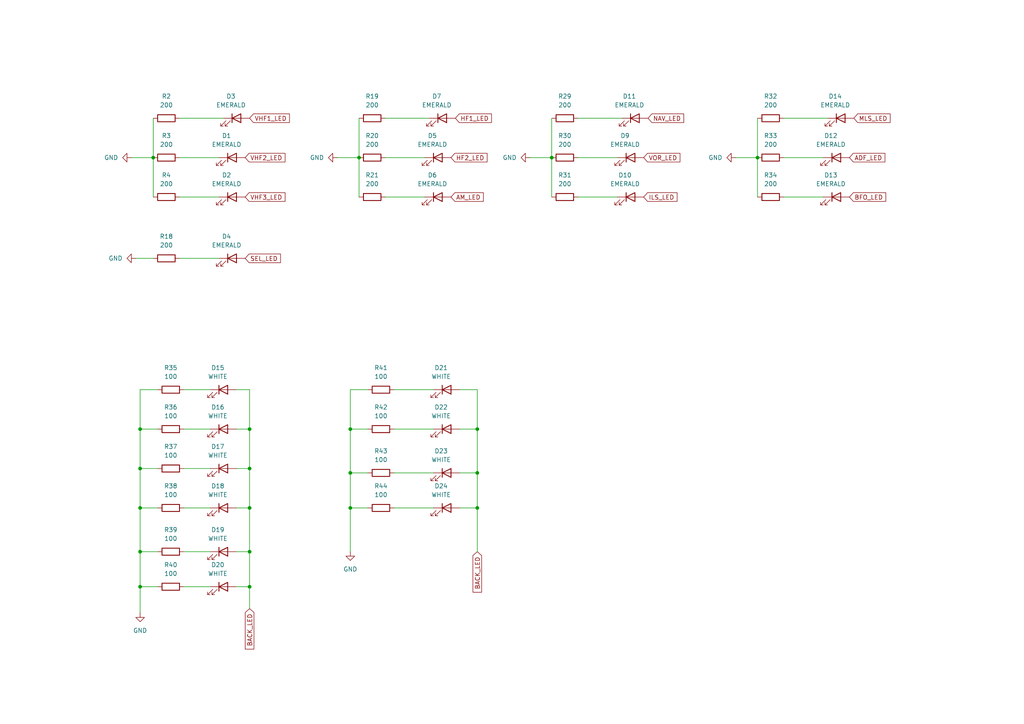
<source format=kicad_sch>
(kicad_sch (version 20250114) (generator "eeschema") (generator_version "9.0")
  (paper "A4")
  (lib_symbols
    (symbol "Device:LED" (pin_numbers (hide yes)) (pin_names (offset 1.016) (hide yes))
      (property "Reference" "D" (at 0 2.54 0))
      (property "Value" "LED" (at 0 -2.54 0))
      (symbol "LED_0_1"
        (polyline (pts (xy -3.048 -0.762) (xy -4.572 -2.286) (xy -3.81 -2.286) (xy -4.572 -2.286) (xy -4.572 -1.524)))
        (polyline (pts (xy -1.778 -0.762) (xy -3.302 -2.286) (xy -2.54 -2.286) (xy -3.302 -2.286) (xy -3.302 -1.524)))
        (polyline (pts (xy -1.27 0) (xy 1.27 0)))
        (polyline (pts (xy -1.27 -1.27) (xy -1.27 1.27)) (stroke (width 0.254)))
        (polyline (pts (xy 1.27 -1.27) (xy 1.27 1.27) (xy -1.27 0) (xy 1.27 -1.27)) (stroke (width 0.254)))
      )
      (symbol "LED_1_1"
        (pin passive line (at -3.81 0 0) (length 2.54) (name "K") (number "1"))
        (pin passive line (at 3.81 0 180) (length 2.54) (name "A") (number "2"))
      )
    )
    (symbol "Device:R" (pin_numbers (hide yes)) (pin_names (offset 0))
      (property "Reference" "R" (at 2.032 0 90))
      (property "Value" "R" (at 0 0 90))
      (symbol "R_0_1"
        (rectangle (start -1.016 -2.54) (end 1.016 2.54) (stroke (width 0.254)))
      )
      (symbol "R_1_1"
        (pin passive line (at 0 3.81 270) (length 1.27) (name "~") (number "1"))
        (pin passive line (at 0 -3.81 90) (length 1.27) (name "~") (number "2"))
      )
    )
    (symbol "power:GND" (power) (pin_numbers (hide yes)) (pin_names (offset 0) (hide yes))
      (property "Value" "GND" (at 0 -3.81 0))
      (symbol "GND_0_1"
        (polyline (pts (xy 0 0) (xy 0 -1.27) (xy 1.27 -1.27) (xy 0 -2.54) (xy -1.27 -1.27) (xy 0 -1.27)))
      )
      (symbol "GND_1_1"
        (pin power_in line (at 0 0 270) (length 0) (name "~") (number "1"))
      )
    )
  )
  (junction (at 101.6 147.32))
  (junction (at 104.14 45.72))
  (junction (at 72.39 160.02))
  (junction (at 72.39 135.89))
  (junction (at 40.64 170.18))
  (junction (at 138.43 147.32))
  (junction (at 72.39 170.18))
  (junction (at 101.6 124.46))
  (junction (at 72.39 124.46))
  (junction (at 40.64 147.32))
  (junction (at 40.64 160.02))
  (junction (at 138.43 124.46))
  (junction (at 40.64 135.89))
  (junction (at 44.45 45.72))
  (junction (at 138.43 137.16))
  (junction (at 40.64 124.46))
  (junction (at 219.71 45.72))
  (junction (at 160.02 45.72))
  (junction (at 72.39 147.32))
  (junction (at 101.6 137.16))
  (wire (pts (xy 213.36 45.72) (xy 219.71 45.72)))
  (wire (pts (xy 153.67 45.72) (xy 160.02 45.72)))
  (wire (pts (xy 101.6 113.03) (xy 106.68 113.03)))
  (wire (pts (xy 72.39 113.03) (xy 72.39 124.46)))
  (wire (pts (xy 101.6 137.16) (xy 101.6 147.32)))
  (wire (pts (xy 40.64 124.46) (xy 40.64 135.89)))
  (wire (pts (xy 72.39 147.32) (xy 72.39 135.89)))
  (wire (pts (xy 167.64 45.72) (xy 179.07 45.72)))
  (wire (pts (xy 160.02 45.72) (xy 160.02 57.15)))
  (wire (pts (xy 111.76 45.72) (xy 123.19 45.72)))
  (wire (pts (xy 133.35 124.46) (xy 138.43 124.46)))
  (wire (pts (xy 52.07 45.72) (xy 63.5 45.72)))
  (wire (pts (xy 68.58 160.02) (xy 72.39 160.02)))
  (wire (pts (xy 104.14 34.29) (xy 104.14 45.72)))
  (wire (pts (xy 68.58 170.18) (xy 72.39 170.18)))
  (wire (pts (xy 44.45 34.29) (xy 44.45 45.72)))
  (wire (pts (xy 72.39 160.02) (xy 72.39 147.32)))
  (wire (pts (xy 72.39 113.03) (xy 68.58 113.03)))
  (wire (pts (xy 101.6 124.46) (xy 101.6 137.16)))
  (wire (pts (xy 53.34 135.89) (xy 60.96 135.89)))
  (wire (pts (xy 101.6 147.32) (xy 101.6 160.02)))
  (wire (pts (xy 40.64 135.89) (xy 45.72 135.89)))
  (wire (pts (xy 111.76 57.15) (xy 123.19 57.15)))
  (wire (pts (xy 53.34 124.46) (xy 60.96 124.46)))
  (wire (pts (xy 72.39 135.89) (xy 72.39 124.46)))
  (wire (pts (xy 40.64 124.46) (xy 45.72 124.46)))
  (wire (pts (xy 38.1 45.72) (xy 44.45 45.72)))
  (wire (pts (xy 227.33 57.15) (xy 238.76 57.15)))
  (wire (pts (xy 114.3 113.03) (xy 125.73 113.03)))
  (wire (pts (xy 133.35 137.16) (xy 138.43 137.16)))
  (wire (pts (xy 68.58 147.32) (xy 72.39 147.32)))
  (wire (pts (xy 219.71 45.72) (xy 219.71 57.15)))
  (wire (pts (xy 227.33 34.29) (xy 240.03 34.29)))
  (wire (pts (xy 52.07 57.15) (xy 63.5 57.15)))
  (wire (pts (xy 227.33 45.72) (xy 238.76 45.72)))
  (wire (pts (xy 167.64 34.29) (xy 180.34 34.29)))
  (wire (pts (xy 40.64 113.03) (xy 45.72 113.03)))
  (wire (pts (xy 101.6 147.32) (xy 106.68 147.32)))
  (wire (pts (xy 53.34 113.03) (xy 60.96 113.03)))
  (wire (pts (xy 101.6 124.46) (xy 106.68 124.46)))
  (wire (pts (xy 138.43 160.02) (xy 138.43 147.32)))
  (wire (pts (xy 138.43 147.32) (xy 138.43 137.16)))
  (wire (pts (xy 114.3 124.46) (xy 125.73 124.46)))
  (wire (pts (xy 53.34 170.18) (xy 60.96 170.18)))
  (wire (pts (xy 219.71 34.29) (xy 219.71 45.72)))
  (wire (pts (xy 40.64 170.18) (xy 45.72 170.18)))
  (wire (pts (xy 101.6 113.03) (xy 101.6 124.46)))
  (wire (pts (xy 72.39 170.18) (xy 72.39 160.02)))
  (wire (pts (xy 68.58 124.46) (xy 72.39 124.46)))
  (wire (pts (xy 53.34 147.32) (xy 60.96 147.32)))
  (wire (pts (xy 133.35 147.32) (xy 138.43 147.32)))
  (wire (pts (xy 40.64 160.02) (xy 45.72 160.02)))
  (wire (pts (xy 111.76 34.29) (xy 124.46 34.29)))
  (wire (pts (xy 101.6 137.16) (xy 106.68 137.16)))
  (wire (pts (xy 40.64 135.89) (xy 40.64 147.32)))
  (wire (pts (xy 104.14 45.72) (xy 104.14 57.15)))
  (wire (pts (xy 40.64 113.03) (xy 40.64 124.46)))
  (wire (pts (xy 97.79 45.72) (xy 104.14 45.72)))
  (wire (pts (xy 114.3 147.32) (xy 125.73 147.32)))
  (wire (pts (xy 40.64 147.32) (xy 45.72 147.32)))
  (wire (pts (xy 72.39 176.53) (xy 72.39 170.18)))
  (wire (pts (xy 52.07 34.29) (xy 64.77 34.29)))
  (wire (pts (xy 138.43 113.03) (xy 133.35 113.03)))
  (wire (pts (xy 40.64 160.02) (xy 40.64 170.18)))
  (wire (pts (xy 44.45 45.72) (xy 44.45 57.15)))
  (wire (pts (xy 52.07 74.93) (xy 63.5 74.93)))
  (wire (pts (xy 167.64 57.15) (xy 179.07 57.15)))
  (wire (pts (xy 114.3 137.16) (xy 125.73 137.16)))
  (wire (pts (xy 40.64 147.32) (xy 40.64 160.02)))
  (wire (pts (xy 138.43 137.16) (xy 138.43 124.46)))
  (wire (pts (xy 138.43 124.46) (xy 138.43 113.03)))
  (wire (pts (xy 53.34 160.02) (xy 60.96 160.02)))
  (wire (pts (xy 40.64 170.18) (xy 40.64 177.8)))
  (wire (pts (xy 68.58 135.89) (xy 72.39 135.89)))
  (wire (pts (xy 160.02 34.29) (xy 160.02 45.72)))
  (wire (pts (xy 39.37 74.93) (xy 44.45 74.93)))
  (global_label "BFO_LED" (shape input) (at 246.38 57.15 0) (property "Intersheetrefs" "${INTERSHEET_REFS}" (effects (hide yes))))
  (global_label "BACK_LED" (shape input) (at 72.39 176.53 270) (property "Intersheetrefs" "${INTERSHEET_REFS}" (effects (hide yes))))
  (global_label "VOR_LED" (shape input) (at 186.69 45.72 0) (property "Intersheetrefs" "${INTERSHEET_REFS}" (effects (hide yes))))
  (global_label "ILS_LED" (shape input) (at 186.69 57.15 0) (property "Intersheetrefs" "${INTERSHEET_REFS}" (effects (hide yes))))
  (global_label "ADF_LED" (shape input) (at 246.38 45.72 0) (property "Intersheetrefs" "${INTERSHEET_REFS}" (effects (hide yes))))
  (global_label "SEL_LED" (shape input) (at 71.12 74.93 0) (property "Intersheetrefs" "${INTERSHEET_REFS}" (effects (hide yes))))
  (global_label "NAV_LED" (shape input) (at 187.96 34.29 0) (property "Intersheetrefs" "${INTERSHEET_REFS}" (effects (hide yes))))
  (global_label "AM_LED" (shape input) (at 130.81 57.15 0) (property "Intersheetrefs" "${INTERSHEET_REFS}" (effects (hide yes))))
  (global_label "HF2_LED" (shape input) (at 130.81 45.72 0) (property "Intersheetrefs" "${INTERSHEET_REFS}" (effects (hide yes))))
  (global_label "HF1_LED" (shape input) (at 132.08 34.29 0) (property "Intersheetrefs" "${INTERSHEET_REFS}" (effects (hide yes))))
  (global_label "BACK_LED" (shape input) (at 138.43 160.02 270) (property "Intersheetrefs" "${INTERSHEET_REFS}" (effects (hide yes))))
  (global_label "MLS_LED" (shape input) (at 247.65 34.29 0) (property "Intersheetrefs" "${INTERSHEET_REFS}" (effects (hide yes))))
  (global_label "VHF3_LED" (shape input) (at 71.12 57.15 0) (property "Intersheetrefs" "${INTERSHEET_REFS}" (effects (hide yes))))
  (global_label "VHF2_LED" (shape input) (at 71.12 45.72 0) (property "Intersheetrefs" "${INTERSHEET_REFS}" (effects (hide yes))))
  (global_label "VHF1_LED" (shape input) (at 72.39 34.29 0) (property "Intersheetrefs" "${INTERSHEET_REFS}" (effects (hide yes))))
  (symbol (lib_id "Device:R") (at 223.52 45.72 90) (unit 1)
    (property "Reference" "R33" (at 223.52 39.37 90))
    (property "Value" "200" (at 223.52 41.91 90))
    (property "Footprint" "Resistor_SMD:R_1206_3216Metric_Pad1.30x1.75mm_HandSolder" (effects (hide yes)))
    (property "Description" "Resistor" (effects (hide yes)))
  )
  (symbol (lib_id "power:GND") (at 213.36 45.72 270) (unit 1)
    (property "Reference" "#PWR040" (effects (hide yes)))
    (property "Value" "GND" (at 209.55 45.7199 90) (effects (justify right)))
    (property "Description" "Power symbol creates a global label with name \"GND\" , ground" (effects (hide yes)))
  )
  (symbol (lib_id "Device:R") (at 49.53 160.02 90) (unit 1)
    (property "Reference" "R39" (at 49.53 153.67 90))
    (property "Value" "100" (at 49.53 156.21 90))
    (property "Footprint" "Resistor_SMD:R_1206_3216Metric_Pad1.30x1.75mm_HandSolder" (effects (hide yes)))
    (property "Description" "Resistor" (effects (hide yes)))
  )
  (symbol (lib_id "Device:LED") (at 64.77 160.02 0) (unit 1)
    (property "Reference" "D19" (at 63.1825 153.67 0))
    (property "Value" "WHITE" (at 63.1825 156.21 0))
    (property "Footprint" "LED_SMD:LED_1206_3216Metric_Pad1.42x1.75mm_HandSolder" (effects (hide yes)))
    (property "Description" "Light emitting diode" (effects (hide yes)))
  )
  (symbol (lib_id "Device:LED") (at 129.54 113.03 0) (unit 1)
    (property "Reference" "D21" (at 127.9525 106.68 0))
    (property "Value" "WHITE" (at 127.9525 109.22 0))
    (property "Footprint" "LED_SMD:LED_1206_3216Metric_Pad1.42x1.75mm_HandSolder" (effects (hide yes)))
    (property "Description" "Light emitting diode" (effects (hide yes)))
  )
  (symbol (lib_id "Device:R") (at 223.52 57.15 90) (unit 1)
    (property "Reference" "R34" (at 223.52 50.8 90))
    (property "Value" "200" (at 223.52 53.34 90))
    (property "Footprint" "Resistor_SMD:R_1206_3216Metric_Pad1.30x1.75mm_HandSolder" (effects (hide yes)))
    (property "Description" "Resistor" (effects (hide yes)))
  )
  (symbol (lib_id "Device:LED") (at 127 45.72 0) (unit 1)
    (property "Reference" "D5" (at 125.4125 39.37 0))
    (property "Value" "EMERALD" (at 125.4125 41.91 0))
    (property "Footprint" "LED_THT:LED_D3.0mm_FlatTop" (effects (hide yes)))
    (property "Description" "Light emitting diode" (effects (hide yes)))
  )
  (symbol (lib_id "power:GND") (at 153.67 45.72 270) (unit 1)
    (property "Reference" "#PWR039" (effects (hide yes)))
    (property "Value" "GND" (at 149.86 45.7199 90) (effects (justify right)))
    (property "Description" "Power symbol creates a global label with name \"GND\" , ground" (effects (hide yes)))
  )
  (symbol (lib_id "Device:R") (at 110.49 147.32 90) (unit 1)
    (property "Reference" "R44" (at 110.49 140.97 90))
    (property "Value" "100" (at 110.49 143.51 90))
    (property "Footprint" "Resistor_SMD:R_1206_3216Metric_Pad1.30x1.75mm_HandSolder" (effects (hide yes)))
    (property "Description" "Resistor" (effects (hide yes)))
  )
  (symbol (lib_id "Device:R") (at 223.52 34.29 90) (unit 1)
    (property "Reference" "R32" (at 223.52 27.94 90))
    (property "Value" "200" (at 223.52 30.48 90))
    (property "Footprint" "Resistor_SMD:R_1206_3216Metric_Pad1.30x1.75mm_HandSolder" (effects (hide yes)))
    (property "Description" "Resistor" (effects (hide yes)))
  )
  (symbol (lib_id "Device:R") (at 49.53 135.89 90) (unit 1)
    (property "Reference" "R37" (at 49.53 129.54 90))
    (property "Value" "100" (at 49.53 132.08 90))
    (property "Footprint" "Resistor_SMD:R_1206_3216Metric_Pad1.30x1.75mm_HandSolder" (effects (hide yes)))
    (property "Description" "Resistor" (effects (hide yes)))
  )
  (symbol (lib_id "Device:LED") (at 64.77 147.32 0) (unit 1)
    (property "Reference" "D18" (at 63.1825 140.97 0))
    (property "Value" "WHITE" (at 63.1825 143.51 0))
    (property "Footprint" "LED_SMD:LED_1206_3216Metric_Pad1.42x1.75mm_HandSolder" (effects (hide yes)))
    (property "Description" "Light emitting diode" (effects (hide yes)))
  )
  (symbol (lib_id "power:GND") (at 39.37 74.93 270) (unit 1)
    (property "Reference" "#PWR034" (effects (hide yes)))
    (property "Value" "GND" (at 35.56 74.9299 90) (effects (justify right)))
    (property "Description" "Power symbol creates a global label with name \"GND\" , ground" (effects (hide yes)))
  )
  (symbol (lib_id "Device:R") (at 107.95 57.15 90) (unit 1)
    (property "Reference" "R21" (at 107.95 50.8 90))
    (property "Value" "200" (at 107.95 53.34 90))
    (property "Footprint" "Resistor_SMD:R_1206_3216Metric_Pad1.30x1.75mm_HandSolder" (effects (hide yes)))
    (property "Description" "Resistor" (effects (hide yes)))
  )
  (symbol (lib_id "Device:LED") (at 129.54 147.32 0) (unit 1)
    (property "Reference" "D24" (at 127.9525 140.97 0))
    (property "Value" "WHITE" (at 127.9525 143.51 0))
    (property "Footprint" "LED_SMD:LED_1206_3216Metric_Pad1.42x1.75mm_HandSolder" (effects (hide yes)))
    (property "Description" "Light emitting diode" (effects (hide yes)))
  )
  (symbol (lib_id "Device:R") (at 110.49 113.03 90) (unit 1)
    (property "Reference" "R41" (at 110.49 106.68 90))
    (property "Value" "100" (at 110.49 109.22 90))
    (property "Footprint" "Resistor_SMD:R_1206_3216Metric_Pad1.30x1.75mm_HandSolder" (effects (hide yes)))
    (property "Description" "Resistor" (effects (hide yes)))
  )
  (symbol (lib_id "Device:R") (at 49.53 147.32 90) (unit 1)
    (property "Reference" "R38" (at 49.53 140.97 90))
    (property "Value" "100" (at 49.53 143.51 90))
    (property "Footprint" "Resistor_SMD:R_1206_3216Metric_Pad1.30x1.75mm_HandSolder" (effects (hide yes)))
    (property "Description" "Resistor" (effects (hide yes)))
  )
  (symbol (lib_id "Device:R") (at 107.95 34.29 90) (unit 1)
    (property "Reference" "R19" (at 107.95 27.94 90))
    (property "Value" "200" (at 107.95 30.48 90))
    (property "Footprint" "Resistor_SMD:R_1206_3216Metric_Pad1.30x1.75mm_HandSolder" (effects (hide yes)))
    (property "Description" "Resistor" (effects (hide yes)))
  )
  (symbol (lib_id "Device:LED") (at 67.31 57.15 0) (unit 1)
    (property "Reference" "D2" (at 65.7225 50.8 0))
    (property "Value" "EMERALD" (at 65.7225 53.34 0))
    (property "Footprint" "LED_THT:LED_D3.0mm_FlatTop" (effects (hide yes)))
    (property "Description" "Light emitting diode" (effects (hide yes)))
  )
  (symbol (lib_id "Device:LED") (at 64.77 113.03 0) (unit 1)
    (property "Reference" "D15" (at 63.1825 106.68 0))
    (property "Value" "WHITE" (at 63.1825 109.22 0))
    (property "Footprint" "LED_SMD:LED_1206_3216Metric_Pad1.42x1.75mm_HandSolder" (effects (hide yes)))
    (property "Description" "Light emitting diode" (effects (hide yes)))
  )
  (symbol (lib_id "Device:LED") (at 242.57 57.15 0) (unit 1)
    (property "Reference" "D13" (at 240.9825 50.8 0))
    (property "Value" "EMERALD" (at 240.9825 53.34 0))
    (property "Footprint" "LED_THT:LED_D3.0mm_FlatTop" (effects (hide yes)))
    (property "Description" "Light emitting diode" (effects (hide yes)))
  )
  (symbol (lib_id "Device:R") (at 49.53 124.46 90) (unit 1)
    (property "Reference" "R36" (at 49.53 118.11 90))
    (property "Value" "100" (at 49.53 120.65 90))
    (property "Footprint" "Resistor_SMD:R_1206_3216Metric_Pad1.30x1.75mm_HandSolder" (effects (hide yes)))
    (property "Description" "Resistor" (effects (hide yes)))
  )
  (symbol (lib_id "Device:R") (at 163.83 45.72 90) (unit 1)
    (property "Reference" "R30" (at 163.83 39.37 90))
    (property "Value" "200" (at 163.83 41.91 90))
    (property "Footprint" "Resistor_SMD:R_1206_3216Metric_Pad1.30x1.75mm_HandSolder" (effects (hide yes)))
    (property "Description" "Resistor" (effects (hide yes)))
  )
  (symbol (lib_id "Device:R") (at 163.83 34.29 90) (unit 1)
    (property "Reference" "R29" (at 163.83 27.94 90))
    (property "Value" "200" (at 163.83 30.48 90))
    (property "Footprint" "Resistor_SMD:R_1206_3216Metric_Pad1.30x1.75mm_HandSolder" (effects (hide yes)))
    (property "Description" "Resistor" (effects (hide yes)))
  )
  (symbol (lib_id "power:GND") (at 40.64 177.8 0) (unit 1)
    (property "Reference" "#PWR036" (effects (hide yes)))
    (property "Value" "GND" (at 40.64 182.88 0))
    (property "Description" "Power symbol creates a global label with name \"GND\" , ground" (effects (hide yes)))
  )
  (symbol (lib_id "Device:LED") (at 64.77 135.89 0) (unit 1)
    (property "Reference" "D17" (at 63.1825 129.54 0))
    (property "Value" "WHITE" (at 63.1825 132.08 0))
    (property "Footprint" "LED_SMD:LED_1206_3216Metric_Pad1.42x1.75mm_HandSolder" (effects (hide yes)))
    (property "Description" "Light emitting diode" (effects (hide yes)))
  )
  (symbol (lib_id "Device:LED") (at 182.88 57.15 0) (unit 1)
    (property "Reference" "D10" (at 181.2925 50.8 0))
    (property "Value" "EMERALD" (at 181.2925 53.34 0))
    (property "Footprint" "LED_THT:LED_D3.0mm_FlatTop" (effects (hide yes)))
    (property "Description" "Light emitting diode" (effects (hide yes)))
  )
  (symbol (lib_id "Device:R") (at 163.83 57.15 90) (unit 1)
    (property "Reference" "R31" (at 163.83 50.8 90))
    (property "Value" "200" (at 163.83 53.34 90))
    (property "Footprint" "Resistor_SMD:R_1206_3216Metric_Pad1.30x1.75mm_HandSolder" (effects (hide yes)))
    (property "Description" "Resistor" (effects (hide yes)))
  )
  (symbol (lib_id "Device:R") (at 48.26 74.93 90) (unit 1)
    (property "Reference" "R18" (at 48.26 68.58 90))
    (property "Value" "200" (at 48.26 71.12 90))
    (property "Footprint" "Resistor_SMD:R_1206_3216Metric_Pad1.30x1.75mm_HandSolder" (effects (hide yes)))
    (property "Description" "Resistor" (effects (hide yes)))
  )
  (symbol (lib_id "power:GND") (at 97.79 45.72 270) (unit 1)
    (property "Reference" "#PWR038" (effects (hide yes)))
    (property "Value" "GND" (at 93.98 45.7199 90) (effects (justify right)))
    (property "Description" "Power symbol creates a global label with name \"GND\" , ground" (effects (hide yes)))
  )
  (symbol (lib_id "Device:LED") (at 64.77 170.18 0) (unit 1)
    (property "Reference" "D20" (at 63.1825 163.83 0))
    (property "Value" "WHITE" (at 63.1825 166.37 0))
    (property "Footprint" "LED_SMD:LED_1206_3216Metric_Pad1.42x1.75mm_HandSolder" (effects (hide yes)))
    (property "Description" "Light emitting diode" (effects (hide yes)))
  )
  (symbol (lib_id "Device:LED") (at 128.27 34.29 0) (unit 1)
    (property "Reference" "D7" (at 126.6825 27.94 0))
    (property "Value" "EMERALD" (at 126.6825 30.48 0))
    (property "Footprint" "LED_THT:LED_D3.0mm_FlatTop" (effects (hide yes)))
    (property "Description" "Light emitting diode" (effects (hide yes)))
  )
  (symbol (lib_id "Device:LED") (at 67.31 74.93 0) (unit 1)
    (property "Reference" "D4" (at 65.7225 68.58 0))
    (property "Value" "EMERALD" (at 65.7225 71.12 0))
    (property "Footprint" "LED_THT:LED_D3.0mm_FlatTop" (effects (hide yes)))
    (property "Description" "Light emitting diode" (effects (hide yes)))
  )
  (symbol (lib_id "Device:LED") (at 243.84 34.29 0) (unit 1)
    (property "Reference" "D14" (at 242.2525 27.94 0))
    (property "Value" "EMERALD" (at 242.2525 30.48 0))
    (property "Footprint" "LED_THT:LED_D3.0mm_FlatTop" (effects (hide yes)))
    (property "Description" "Light emitting diode" (effects (hide yes)))
  )
  (symbol (lib_id "Device:LED") (at 127 57.15 0) (unit 1)
    (property "Reference" "D6" (at 125.4125 50.8 0))
    (property "Value" "EMERALD" (at 125.4125 53.34 0))
    (property "Footprint" "LED_THT:LED_D3.0mm_FlatTop" (effects (hide yes)))
    (property "Description" "Light emitting diode" (effects (hide yes)))
  )
  (symbol (lib_id "power:GND") (at 38.1 45.72 270) (unit 1)
    (property "Reference" "#PWR033" (effects (hide yes)))
    (property "Value" "GND" (at 34.29 45.7199 90) (effects (justify right)))
    (property "Description" "Power symbol creates a global label with name \"GND\" , ground" (effects (hide yes)))
  )
  (symbol (lib_id "Device:R") (at 48.26 45.72 90) (unit 1)
    (property "Reference" "R3" (at 48.26 39.37 90))
    (property "Value" "200" (at 48.26 41.91 90))
    (property "Footprint" "Resistor_SMD:R_1206_3216Metric_Pad1.30x1.75mm_HandSolder" (effects (hide yes)))
    (property "Description" "Resistor" (effects (hide yes)))
  )
  (symbol (lib_id "Device:LED") (at 67.31 45.72 0) (unit 1)
    (property "Reference" "D1" (at 65.7225 39.37 0))
    (property "Value" "EMERALD" (at 65.7225 41.91 0))
    (property "Footprint" "LED_THT:LED_D3.0mm_FlatTop" (effects (hide yes)))
    (property "Description" "Light emitting diode" (effects (hide yes)))
  )
  (symbol (lib_id "Device:R") (at 49.53 170.18 90) (unit 1)
    (property "Reference" "R40" (at 49.53 163.83 90))
    (property "Value" "100" (at 49.53 166.37 90))
    (property "Footprint" "Resistor_SMD:R_1206_3216Metric_Pad1.30x1.75mm_HandSolder" (effects (hide yes)))
    (property "Description" "Resistor" (effects (hide yes)))
  )
  (symbol (lib_id "Device:LED") (at 184.15 34.29 0) (unit 1)
    (property "Reference" "D11" (at 182.5625 27.94 0))
    (property "Value" "EMERALD" (at 182.5625 30.48 0))
    (property "Footprint" "LED_THT:LED_D3.0mm_FlatTop" (effects (hide yes)))
    (property "Description" "Light emitting diode" (effects (hide yes)))
  )
  (symbol (lib_id "Device:R") (at 110.49 137.16 90) (unit 1)
    (property "Reference" "R43" (at 110.49 130.81 90))
    (property "Value" "100" (at 110.49 133.35 90))
    (property "Footprint" "Resistor_SMD:R_1206_3216Metric_Pad1.30x1.75mm_HandSolder" (effects (hide yes)))
    (property "Description" "Resistor" (effects (hide yes)))
  )
  (symbol (lib_id "Device:R") (at 49.53 113.03 90) (unit 1)
    (property "Reference" "R35" (at 49.53 106.68 90))
    (property "Value" "100" (at 49.53 109.22 90))
    (property "Footprint" "Resistor_SMD:R_1206_3216Metric_Pad1.30x1.75mm_HandSolder" (effects (hide yes)))
    (property "Description" "Resistor" (effects (hide yes)))
  )
  (symbol (lib_id "Device:LED") (at 242.57 45.72 0) (unit 1)
    (property "Reference" "D12" (at 240.9825 39.37 0))
    (property "Value" "EMERALD" (at 240.9825 41.91 0))
    (property "Footprint" "LED_THT:LED_D3.0mm_FlatTop" (effects (hide yes)))
    (property "Description" "Light emitting diode" (effects (hide yes)))
  )
  (symbol (lib_id "Device:LED") (at 68.58 34.29 0) (unit 1)
    (property "Reference" "D3" (at 66.9925 27.94 0))
    (property "Value" "EMERALD" (at 66.9925 30.48 0))
    (property "Footprint" "LED_THT:LED_D3.0mm_FlatTop" (effects (hide yes)))
    (property "Description" "Light emitting diode" (effects (hide yes)))
  )
  (symbol (lib_id "Device:LED") (at 64.77 124.46 0) (unit 1)
    (property "Reference" "D16" (at 63.1825 118.11 0))
    (property "Value" "WHITE" (at 63.1825 120.65 0))
    (property "Footprint" "LED_SMD:LED_1206_3216Metric_Pad1.42x1.75mm_HandSolder" (effects (hide yes)))
    (property "Description" "Light emitting diode" (effects (hide yes)))
  )
  (symbol (lib_id "Device:R") (at 110.49 124.46 90) (unit 1)
    (property "Reference" "R42" (at 110.49 118.11 90))
    (property "Value" "100" (at 110.49 120.65 90))
    (property "Footprint" "Resistor_SMD:R_1206_3216Metric_Pad1.30x1.75mm_HandSolder" (effects (hide yes)))
    (property "Description" "Resistor" (effects (hide yes)))
  )
  (symbol (lib_id "Device:R") (at 48.26 57.15 90) (unit 1)
    (property "Reference" "R4" (at 48.26 50.8 90))
    (property "Value" "200" (at 48.26 53.34 90))
    (property "Footprint" "Resistor_SMD:R_1206_3216Metric_Pad1.30x1.75mm_HandSolder" (effects (hide yes)))
    (property "Description" "Resistor" (effects (hide yes)))
  )
  (symbol (lib_id "Device:R") (at 48.26 34.29 90) (unit 1)
    (property "Reference" "R2" (at 48.26 27.94 90))
    (property "Value" "200" (at 48.26 30.48 90))
    (property "Footprint" "Resistor_SMD:R_1206_3216Metric_Pad1.30x1.75mm_HandSolder" (effects (hide yes)))
    (property "Description" "Resistor" (effects (hide yes)))
  )
  (symbol (lib_id "power:GND") (at 101.6 160.02 0) (unit 1)
    (property "Reference" "#PWR037" (effects (hide yes)))
    (property "Value" "GND" (at 101.6 165.1 0))
    (property "Description" "Power symbol creates a global label with name \"GND\" , ground" (effects (hide yes)))
  )
  (symbol (lib_id "Device:LED") (at 129.54 124.46 0) (unit 1)
    (property "Reference" "D22" (at 127.9525 118.11 0))
    (property "Value" "WHITE" (at 127.9525 120.65 0))
    (property "Footprint" "LED_SMD:LED_1206_3216Metric_Pad1.42x1.75mm_HandSolder" (effects (hide yes)))
    (property "Description" "Light emitting diode" (effects (hide yes)))
  )
  (symbol (lib_id "Device:R") (at 107.95 45.72 90) (unit 1)
    (property "Reference" "R20" (at 107.95 39.37 90))
    (property "Value" "200" (at 107.95 41.91 90))
    (property "Footprint" "Resistor_SMD:R_1206_3216Metric_Pad1.30x1.75mm_HandSolder" (effects (hide yes)))
    (property "Description" "Resistor" (effects (hide yes)))
  )
  (symbol (lib_id "Device:LED") (at 182.88 45.72 0) (unit 1)
    (property "Reference" "D9" (at 181.2925 39.37 0))
    (property "Value" "EMERALD" (at 181.2925 41.91 0))
    (property "Footprint" "LED_THT:LED_D3.0mm_FlatTop" (effects (hide yes)))
    (property "Description" "Light emitting diode" (effects (hide yes)))
  )
  (symbol (lib_id "Device:LED") (at 129.54 137.16 0) (unit 1)
    (property "Reference" "D23" (at 127.9525 130.81 0))
    (property "Value" "WHITE" (at 127.9525 133.35 0))
    (property "Footprint" "LED_SMD:LED_1206_3216Metric_Pad1.42x1.75mm_HandSolder" (effects (hide yes)))
    (property "Description" "Light emitting diode" (effects (hide yes)))
  )
)
</source>
